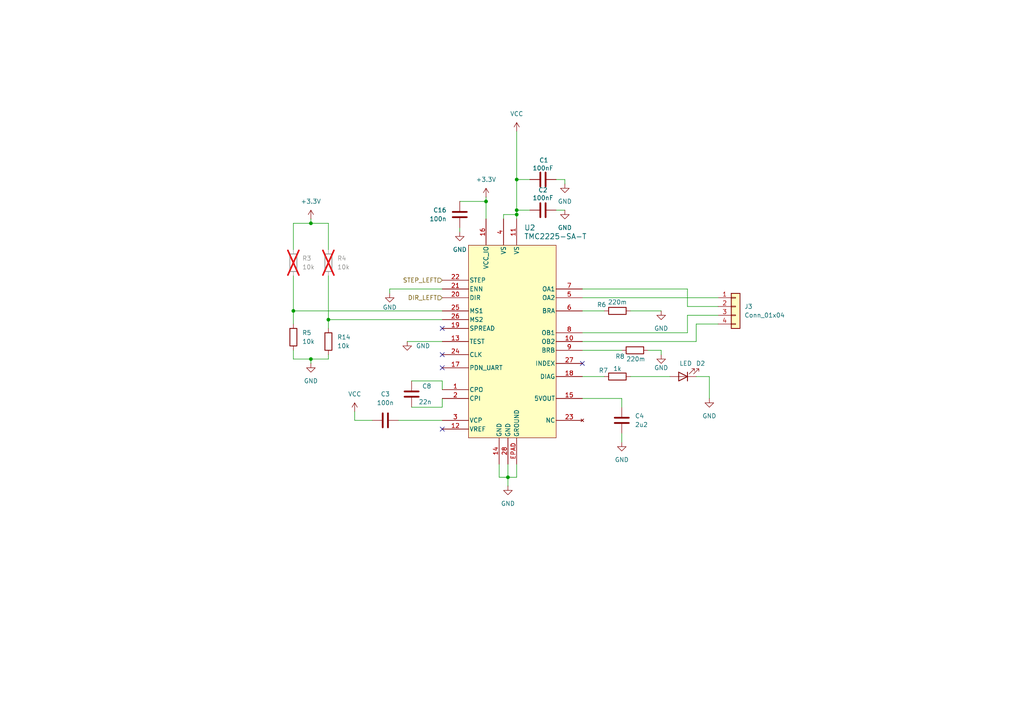
<source format=kicad_sch>
(kicad_sch (version 20250114) (generator "eeschema") (generator_version "9.0")
  (paper "A4")
  (lib_symbols
    (symbol "Connector_Generic:Conn_01x04" (pin_names (offset 1.016) (hide yes))
      (property "Reference" "J" (at 0 5.08 0))
      (property "Value" "Conn_01x04" (at 0 -7.62 0))
      (symbol "Conn_01x04_1_1"
        (rectangle (start -1.27 3.81) (end 1.27 -6.35) (stroke (width 0.254)) (fill (type background)))
        (rectangle (start -1.27 2.667) (end 0 2.413) (stroke (width 0.1524)))
        (rectangle (start -1.27 0.127) (end 0 -0.127) (stroke (width 0.1524)))
        (rectangle (start -1.27 -2.413) (end 0 -2.667) (stroke (width 0.1524)))
        (rectangle (start -1.27 -4.953) (end 0 -5.207) (stroke (width 0.1524)))
        (pin passive line (at -5.08 2.54 0) (length 3.81) (name "Pin_1") (number "1"))
        (pin passive line (at -5.08 0 0) (length 3.81) (name "Pin_2") (number "2"))
        (pin passive line (at -5.08 -2.54 0) (length 3.81) (name "Pin_3") (number "3"))
        (pin passive line (at -5.08 -5.08 0) (length 3.81) (name "Pin_4") (number "4"))
      )
    )
    (symbol "Device:C" (pin_numbers (hide yes)) (pin_names (offset 0.254))
      (property "Reference" "C" (at 0.635 2.54 0))
      (property "Value" "C" (at 0.635 -2.54 0))
      (symbol "C_0_1"
        (polyline (pts (xy -2.032 0.762) (xy 2.032 0.762)) (stroke (width 0.508)))
        (polyline (pts (xy -2.032 -0.762) (xy 2.032 -0.762)) (stroke (width 0.508)))
      )
      (symbol "C_1_1"
        (pin passive line (at 0 3.81 270) (length 2.794) (name "~") (number "1"))
        (pin passive line (at 0 -3.81 90) (length 2.794) (name "~") (number "2"))
      )
    )
    (symbol "Device:LED" (pin_numbers (hide yes)) (pin_names (offset 1.016) (hide yes))
      (property "Reference" "D" (at 0 2.54 0))
      (property "Value" "LED" (at 0 -2.54 0))
      (symbol "LED_0_1"
        (polyline (pts (xy -3.048 -0.762) (xy -4.572 -2.286) (xy -3.81 -2.286) (xy -4.572 -2.286) (xy -4.572 -1.524)))
        (polyline (pts (xy -1.778 -0.762) (xy -3.302 -2.286) (xy -2.54 -2.286) (xy -3.302 -2.286) (xy -3.302 -1.524)))
        (polyline (pts (xy -1.27 0) (xy 1.27 0)))
        (polyline (pts (xy -1.27 -1.27) (xy -1.27 1.27)) (stroke (width 0.254)))
        (polyline (pts (xy 1.27 -1.27) (xy 1.27 1.27) (xy -1.27 0) (xy 1.27 -1.27)) (stroke (width 0.254)))
      )
      (symbol "LED_1_1"
        (pin passive line (at -3.81 0 0) (length 2.54) (name "K") (number "1"))
        (pin passive line (at 3.81 0 180) (length 2.54) (name "A") (number "2"))
      )
    )
    (symbol "Device:R" (pin_numbers (hide yes)) (pin_names (offset 0))
      (property "Reference" "R" (at 2.032 0 90))
      (property "Value" "R" (at 0 0 90))
      (symbol "R_0_1"
        (rectangle (start -1.016 -2.54) (end 1.016 2.54) (stroke (width 0.254)))
      )
      (symbol "R_1_1"
        (pin passive line (at 0 3.81 270) (length 1.27) (name "~") (number "1"))
        (pin passive line (at 0 -3.81 90) (length 1.27) (name "~") (number "2"))
      )
    )
    (symbol "TMC2225-SA_2" (pin_names (offset 0.254))
      (property "Reference" "U?" (at 63.1033 119.38 0))
      (property "Value" "TMC2225-SA" (at 63.1033 116.84 0))
      (symbol "TMC2225-SA_2_0_1"
        (pin input line (at 39.37 104.14 0) (length 7.62) (name "STEP") (number "22"))
        (pin input line (at 39.37 101.6 0) (length 7.62) (name "ENN") (number "21"))
        (pin input line (at 39.37 99.06 0) (length 7.62) (name "DIR") (number "20"))
        (pin input line (at 39.37 95.25 0) (length 7.62) (name "MS1") (number "25"))
        (pin input line (at 39.37 92.71 0) (length 7.62) (name "MS2") (number "26"))
        (pin input line (at 39.37 90.17 0) (length 7.62) (name "SPREAD") (number "19"))
        (pin input line (at 39.37 82.55 0) (length 7.62) (name "CLK") (number "24"))
        (pin bidirectional line (at 39.37 78.74 0) (length 7.62) (name "PDN_UART") (number "17"))
        (pin unspecified line (at 39.37 60.96 0) (length 7.62) (name "VREF") (number "12"))
        (pin power_in line (at 52.07 121.92 270) (length 7.62) (name "VCC_IO") (number "16"))
        (pin power_in line (at 57.15 121.92 270) (length 7.62) (name "VS") (number "4"))
        (pin power_in line (at 60.96 121.92 270) (length 7.62) (name "VS") (number "11"))
        (pin output line (at 80.01 80.01 180) (length 7.62) (name "INDEX") (number "27"))
        (pin output line (at 80.01 76.2 180) (length 7.62) (name "DIAG") (number "18"))
        (pin no_connect line (at 80.01 63.5 180) (length 7.62) (name "NC") (number "23"))
      )
      (symbol "TMC2225-SA_2_1_1"
        (rectangle (start 46.99 114.3) (end 72.39 58.42) (fill (type color) (color 255 255 194 1)))
        (pin passive line (at 39.37 86.36 0) (length 7.62) (name "TEST") (number "13"))
        (pin passive line (at 39.37 72.39 0) (length 7.62) (name "CPO") (number "1"))
        (pin passive line (at 39.37 69.85 0) (length 7.62) (name "CPI") (number "2"))
        (pin input line (at 39.37 63.5 0) (length 7.62) (name "VCP") (number "3"))
        (pin passive line (at 55.88 50.8 90) (length 7.62) (name "GND") (number "14"))
        (pin passive line (at 58.42 50.8 90) (length 7.62) (name "GND") (number "28"))
        (pin passive line (at 60.96 50.8 90) (length 7.62) (name "GROUND") (number "EPAD"))
        (pin output line (at 80.01 101.6 180) (length 7.62) (name "OA1") (number "7"))
        (pin output line (at 80.01 99.06 180) (length 7.62) (name "OA2") (number "5"))
        (pin output line (at 80.01 95.25 180) (length 7.62) (name "BRA") (number "6"))
        (pin output line (at 80.01 88.9 180) (length 7.62) (name "OB1") (number "8"))
        (pin output line (at 80.01 86.36 180) (length 7.62) (name "OB2") (number "10"))
        (pin passive line (at 80.01 83.82 180) (length 7.62) (name "BRB") (number "9"))
        (pin output line (at 80.01 69.85 180) (length 7.62) (name "5VOUT") (number "15"))
      )
    )
    (symbol "power:+3.3V" (power) (pin_numbers (hide yes)) (pin_names (offset 0) (hide yes))
      (property "Value" "+3.3V" (at 0 3.556 0))
      (symbol "+3.3V_0_1"
        (polyline (pts (xy -0.762 1.27) (xy 0 2.54)))
        (polyline (pts (xy 0 2.54) (xy 0.762 1.27)))
        (polyline (pts (xy 0 0) (xy 0 2.54)))
      )
      (symbol "+3.3V_1_1"
        (pin power_in line (at 0 0 90) (length 0) (name "~") (number "1"))
      )
    )
    (symbol "power:GND" (power) (pin_numbers (hide yes)) (pin_names (offset 0) (hide yes))
      (property "Value" "GND" (at 0 -3.81 0))
      (symbol "GND_0_1"
        (polyline (pts (xy 0 0) (xy 0 -1.27) (xy 1.27 -1.27) (xy 0 -2.54) (xy -1.27 -1.27) (xy 0 -1.27)))
      )
      (symbol "GND_1_1"
        (pin power_in line (at 0 0 270) (length 0) (name "~") (number "1"))
      )
    )
    (symbol "power:VCC" (power) (pin_numbers (hide yes)) (pin_names (offset 0) (hide yes))
      (property "Value" "VCC" (at 0 3.556 0))
      (symbol "VCC_0_1"
        (polyline (pts (xy -0.762 1.27) (xy 0 2.54)))
        (polyline (pts (xy 0 2.54) (xy 0.762 1.27)))
        (polyline (pts (xy 0 0) (xy 0 2.54)))
      )
      (symbol "VCC_1_1"
        (pin power_in line (at 0 0 90) (length 0) (name "~") (number "1"))
      )
    )
  )
  (junction (at 149.86 52.07))
  (junction (at 140.97 58.42))
  (junction (at 90.17 104.14))
  (junction (at 149.86 62.23))
  (junction (at 95.25 92.71))
  (junction (at 147.32 138.43))
  (junction (at 149.86 60.96))
  (junction (at 85.09 90.17))
  (junction (at 90.17 64.77))
  (no_connect (at 128.27 124.46))
  (no_connect (at 168.91 105.41))
  (no_connect (at 128.27 102.87))
  (no_connect (at 128.27 106.68))
  (no_connect (at 128.27 95.25))
  (wire (pts (xy 205.74 115.57) (xy 205.74 109.22)))
  (wire (pts (xy 85.09 80.01) (xy 85.09 90.17)))
  (wire (pts (xy 95.25 72.39) (xy 95.25 64.77)))
  (wire (pts (xy 168.91 99.06) (xy 201.93 99.06)))
  (wire (pts (xy 95.25 104.14) (xy 90.17 104.14)))
  (wire (pts (xy 85.09 93.98) (xy 85.09 90.17)))
  (wire (pts (xy 146.05 63.5) (xy 146.05 62.23)))
  (wire (pts (xy 133.35 58.42) (xy 140.97 58.42)))
  (wire (pts (xy 149.86 38.1) (xy 149.86 52.07)))
  (wire (pts (xy 107.95 121.92) (xy 102.87 121.92)))
  (wire (pts (xy 187.96 101.6) (xy 191.77 101.6)))
  (wire (pts (xy 199.39 96.52) (xy 199.39 91.44)))
  (wire (pts (xy 161.29 60.96) (xy 163.83 60.96)))
  (wire (pts (xy 168.91 109.22) (xy 175.26 109.22)))
  (wire (pts (xy 85.09 104.14) (xy 90.17 104.14)))
  (wire (pts (xy 205.74 109.22) (xy 201.93 109.22)))
  (wire (pts (xy 128.27 118.11) (xy 119.38 118.11)))
  (wire (pts (xy 140.97 57.15) (xy 140.97 58.42)))
  (wire (pts (xy 95.25 92.71) (xy 128.27 92.71)))
  (wire (pts (xy 118.11 99.06) (xy 128.27 99.06)))
  (wire (pts (xy 95.25 92.71) (xy 95.25 95.25)))
  (wire (pts (xy 149.86 52.07) (xy 149.86 60.96)))
  (wire (pts (xy 149.86 60.96) (xy 149.86 62.23)))
  (wire (pts (xy 147.32 138.43) (xy 149.86 138.43)))
  (wire (pts (xy 113.03 83.82) (xy 113.03 85.09)))
  (wire (pts (xy 102.87 121.92) (xy 102.87 119.38)))
  (wire (pts (xy 199.39 91.44) (xy 208.28 91.44)))
  (wire (pts (xy 149.86 62.23) (xy 149.86 63.5)))
  (wire (pts (xy 180.34 115.57) (xy 180.34 118.11)))
  (wire (pts (xy 133.35 66.04) (xy 133.35 67.31)))
  (wire (pts (xy 90.17 104.14) (xy 90.17 105.41)))
  (wire (pts (xy 144.78 138.43) (xy 147.32 138.43)))
  (wire (pts (xy 201.93 99.06) (xy 201.93 93.98)))
  (wire (pts (xy 90.17 64.77) (xy 95.25 64.77)))
  (wire (pts (xy 168.91 86.36) (xy 208.28 86.36)))
  (wire (pts (xy 168.91 90.17) (xy 175.26 90.17)))
  (wire (pts (xy 147.32 138.43) (xy 147.32 140.97)))
  (wire (pts (xy 163.83 52.07) (xy 163.83 53.34)))
  (wire (pts (xy 147.32 134.62) (xy 147.32 138.43)))
  (wire (pts (xy 180.34 125.73) (xy 180.34 128.27)))
  (wire (pts (xy 182.88 109.22) (xy 194.31 109.22)))
  (wire (pts (xy 90.17 64.77) (xy 90.17 63.5)))
  (wire (pts (xy 95.25 80.01) (xy 95.25 92.71)))
  (wire (pts (xy 85.09 72.39) (xy 85.09 64.77)))
  (wire (pts (xy 191.77 101.6) (xy 191.77 102.87)))
  (wire (pts (xy 168.91 115.57) (xy 180.34 115.57)))
  (wire (pts (xy 95.25 102.87) (xy 95.25 104.14)))
  (wire (pts (xy 168.91 83.82) (xy 199.39 83.82)))
  (wire (pts (xy 199.39 88.9) (xy 208.28 88.9)))
  (wire (pts (xy 161.29 52.07) (xy 163.83 52.07)))
  (wire (pts (xy 85.09 90.17) (xy 128.27 90.17)))
  (wire (pts (xy 201.93 93.98) (xy 208.28 93.98)))
  (wire (pts (xy 168.91 96.52) (xy 199.39 96.52)))
  (wire (pts (xy 146.05 62.23) (xy 149.86 62.23)))
  (wire (pts (xy 144.78 134.62) (xy 144.78 138.43)))
  (wire (pts (xy 140.97 58.42) (xy 140.97 63.5)))
  (wire (pts (xy 149.86 52.07) (xy 153.67 52.07)))
  (wire (pts (xy 149.86 134.62) (xy 149.86 138.43)))
  (wire (pts (xy 85.09 101.6) (xy 85.09 104.14)))
  (wire (pts (xy 153.67 60.96) (xy 149.86 60.96)))
  (wire (pts (xy 182.88 90.17) (xy 191.77 90.17)))
  (wire (pts (xy 128.27 83.82) (xy 113.03 83.82)))
  (wire (pts (xy 128.27 115.57) (xy 128.27 118.11)))
  (wire (pts (xy 199.39 83.82) (xy 199.39 88.9)))
  (wire (pts (xy 168.91 101.6) (xy 180.34 101.6)))
  (wire (pts (xy 115.57 121.92) (xy 128.27 121.92)))
  (wire (pts (xy 85.09 64.77) (xy 90.17 64.77)))
  (wire (pts (xy 128.27 110.49) (xy 128.27 113.03)))
  (wire (pts (xy 119.38 110.49) (xy 128.27 110.49)))
  (hierarchical_label "STEP_LEFT" (shape input) (at 128.27 81.28 180))
  (hierarchical_label "DIR_LEFT" (shape input) (at 128.27 86.36 180))
  (symbol (lib_id "power:GND") (at 163.83 53.34 0) (unit 1)
    (property "Reference" "#PWR08" (effects (hide yes)))
    (property "Value" "GND" (at 163.83 58.42 0))
    (property "Description" "Power symbol creates a global label with name \"GND\" , ground" (effects (hide yes)))
  )
  (symbol (lib_id "Device:C") (at 180.34 121.92 0) (unit 1)
    (property "Reference" "C4" (at 184.15 120.6499 0) (effects (justify left)))
    (property "Value" "2u2" (at 184.15 123.1899 0) (effects (justify left)))
    (property "Footprint" "Capacitor_SMD:C_0603_1608Metric_Pad1.08x0.95mm_HandSolder" (effects (hide yes)))
    (property "Description" "Unpolarized capacitor" (effects (hide yes)))
  )
  (symbol (lib_id "Device:R") (at 85.09 97.79 0) (unit 1)
    (property "Reference" "R5" (at 87.63 96.5199 0) (effects (justify left)))
    (property "Value" "10k" (at 87.63 99.0599 0) (effects (justify left)))
    (property "Footprint" "Resistor_SMD:R_0603_1608Metric_Pad0.98x0.95mm_HandSolder" (effects (hide yes)))
    (property "Description" "Resistor" (effects (hide yes)))
  )
  (symbol (lib_id "power:GND") (at 191.77 90.17 0) (unit 1)
    (property "Reference" "#PWR014" (effects (hide yes)))
    (property "Value" "GND" (at 191.77 95.25 0))
    (property "Description" "Power symbol creates a global label with name \"GND\" , ground" (effects (hide yes)))
  )
  (symbol (lib_id "Device:R") (at 95.25 76.2 0) (unit 1) (dnp yes)
    (property "Reference" "R4" (at 97.79 74.9299 0) (effects (justify left)))
    (property "Value" "10k" (at 97.79 77.4699 0) (effects (justify left)))
    (property "Footprint" "Resistor_SMD:R_0603_1608Metric_Pad0.98x0.95mm_HandSolder" (effects (hide yes)))
    (property "Description" "Resistor" (effects (hide yes)))
  )
  (symbol (lib_id "power:GND") (at 90.17 105.41 0) (unit 1)
    (property "Reference" "#PWR0102" (effects (hide yes)))
    (property "Value" "GND" (at 90.17 110.49 0))
    (property "Description" "Power symbol creates a global label with name \"GND\" , ground" (effects (hide yes)))
  )
  (symbol (lib_id "Device:C") (at 157.48 52.07 90) (unit 1)
    (property "Reference" "C1" (at 157.734 46.482 90))
    (property "Value" "100nF" (at 157.48 48.768 90))
    (property "Footprint" "Capacitor_SMD:C_0805_2012Metric_Pad1.18x1.45mm_HandSolder" (effects (hide yes)))
    (property "Description" "Unpolarized capacitor" (effects (hide yes)))
  )
  (symbol (lib_id "power:VCC") (at 102.87 119.38 0) (unit 1)
    (property "Reference" "#PWR09" (effects (hide yes)))
    (property "Value" "VCC" (at 102.87 114.3 0))
    (property "Description" "Power symbol creates a global label with name \"VCC\"" (effects (hide yes)))
  )
  (symbol (lib_id "Device:C") (at 133.35 62.23 0) (mirror x) (unit 1)
    (property "Reference" "C16" (at 129.54 60.9599 0) (effects (justify right)))
    (property "Value" "100n" (at 129.54 63.4999 0) (effects (justify right)))
    (property "Footprint" "Capacitor_SMD:C_0603_1608Metric_Pad1.08x0.95mm_HandSolder" (effects (hide yes)))
    (property "Description" "Unpolarized capacitor" (effects (hide yes)))
  )
  (symbol (lib_id "power:GND") (at 180.34 128.27 0) (unit 1)
    (property "Reference" "#PWR013" (effects (hide yes)))
    (property "Value" "GND" (at 180.34 133.35 0))
    (property "Description" "Power symbol creates a global label with name \"GND\" , ground" (effects (hide yes)))
  )
  (symbol (lib_id "power:GND") (at 147.32 140.97 0) (unit 1)
    (property "Reference" "#PWR011" (effects (hide yes)))
    (property "Value" "GND" (at 147.32 146.05 0))
    (property "Description" "Power symbol creates a global label with name \"GND\" , ground" (effects (hide yes)))
  )
  (symbol (lib_id "Device:C") (at 111.76 121.92 90) (unit 1)
    (property "Reference" "C3" (at 111.76 114.3 90))
    (property "Value" "100n" (at 111.76 116.84 90))
    (property "Footprint" "Capacitor_SMD:C_0603_1608Metric_Pad1.08x0.95mm_HandSolder" (effects (hide yes)))
    (property "Description" "Unpolarized capacitor" (effects (hide yes)))
  )
  (symbol (lib_id "Device:R") (at 179.07 90.17 90) (mirror x) (unit 1)
    (property "Reference" "R6" (at 174.498 88.392 90))
    (property "Value" "220m" (at 179.07 87.63 90))
    (property "Footprint" "Resistor_SMD:R_1206_3216Metric_Pad1.30x1.75mm_HandSolder" (effects (hide yes)))
    (property "Description" "Resistor" (effects (hide yes)))
  )
  (symbol (lib_id "power:GND") (at 163.83 60.96 0) (unit 1)
    (property "Reference" "#PWR033" (effects (hide yes)))
    (property "Value" "GND" (at 163.83 66.04 0))
    (property "Description" "Power symbol creates a global label with name \"GND\" , ground" (effects (hide yes)))
  )
  (symbol (lib_id "Device:R") (at 95.25 99.06 0) (unit 1)
    (property "Reference" "R14" (at 97.79 97.7899 0) (effects (justify left)))
    (property "Value" "10k" (at 97.79 100.3299 0) (effects (justify left)))
    (property "Footprint" "Resistor_SMD:R_0603_1608Metric_Pad0.98x0.95mm_HandSolder" (effects (hide yes)))
    (property "Description" "Resistor" (effects (hide yes)))
  )
  (symbol (lib_id "Connector_Generic:Conn_01x04") (at 213.36 88.9 0) (unit 1)
    (property "Reference" "J3" (at 215.9 88.8999 0) (effects (justify left)))
    (property "Value" "Conn_01x04" (at 215.9 91.4399 0) (effects (justify left)))
    (property "Footprint" "Connector_JST:JST_PH_B4B-PH-K_1x04_P2.00mm_Vertical" (effects (hide yes)))
    (property "Description" "Generic connector, single row, 01x04, script generated (kicad-library-utils/schlib/autogen/connector/)" (effects (hide yes)))
  )
  (symbol (lib_id "power:GND") (at 133.35 67.31 0) (unit 1)
    (property "Reference" "#PWR041" (effects (hide yes)))
    (property "Value" "GND" (at 133.35 72.39 0))
    (property "Description" "Power symbol creates a global label with name \"GND\" , ground" (effects (hide yes)))
  )
  (symbol (lib_id "power:VCC") (at 149.86 38.1 0) (unit 1)
    (property "Reference" "#PWR012" (effects (hide yes)))
    (property "Value" "VCC" (at 149.86 33.02 0))
    (property "Description" "Power symbol creates a global label with name \"VCC\"" (effects (hide yes)))
  )
  (symbol (lib_name "TMC2225-SA_2") (lib_id "2026-01-21_07-36-40:TMC2225-SA") (at 88.9 185.42 0) (unit 1)
    (property "Reference" "U2" (at 152.0033 66.04 0) (effects (font (size 1.524 1.524)) (justify left)))
    (property "Value" "TMC2225-SA-T" (at 152.0033 68.58 0) (effects (font (size 1.524 1.524)) (justify left)))
    (property "Footprint" "Package_SO:HTSSOP-28-1EP_4.4x9.7mm_P0.65mm_EP2.85x5.4mm_ThermalVias" (effects (hide yes)))
    (property "Datasheet" "TMC2225-SA" (effects (hide yes)))
  )
  (symbol (lib_id "Device:C") (at 157.48 60.96 90) (unit 1)
    (property "Reference" "C2" (at 157.48 55.118 90))
    (property "Value" "100nF" (at 157.48 57.404 90))
    (property "Footprint" "Capacitor_SMD:C_0805_2012Metric_Pad1.18x1.45mm_HandSolder" (effects (hide yes)))
    (property "Description" "Unpolarized capacitor" (effects (hide yes)))
  )
  (symbol (lib_id "power:GND") (at 118.11 99.06 0) (unit 1)
    (property "Reference" "#PWR0103" (effects (hide yes)))
    (property "Value" "GND" (at 120.65 100.3299 0) (effects (justify left)))
    (property "Description" "Power symbol creates a global label with name \"GND\" , ground" (effects (hide yes)))
  )
  (symbol (lib_id "power:GND") (at 191.77 102.87 0) (unit 1)
    (property "Reference" "#PWR015" (effects (hide yes)))
    (property "Value" "GND" (at 191.77 106.68 0))
    (property "Description" "Power symbol creates a global label with name \"GND\" , ground" (effects (hide yes)))
  )
  (symbol (lib_id "Device:R") (at 85.09 76.2 0) (unit 1) (dnp yes)
    (property "Reference" "R3" (at 87.63 74.9299 0) (effects (justify left)))
    (property "Value" "10k" (at 87.63 77.4699 0) (effects (justify left)))
    (property "Footprint" "Resistor_SMD:R_0603_1608Metric_Pad0.98x0.95mm_HandSolder" (effects (hide yes)))
    (property "Description" "Resistor" (effects (hide yes)))
  )
  (symbol (lib_id "Device:R") (at 184.15 101.6 90) (unit 1)
    (property "Reference" "R8" (at 179.832 103.378 90))
    (property "Value" "220m" (at 184.404 104.14 90))
    (property "Footprint" "Resistor_SMD:R_1206_3216Metric_Pad1.30x1.75mm_HandSolder" (effects (hide yes)))
    (property "Description" "Resistor" (effects (hide yes)))
  )
  (symbol (lib_id "Device:LED") (at 198.12 109.22 180) (unit 1)
    (property "Reference" "D2" (at 203.2 105.41 0))
    (property "Value" "LED" (at 198.882 105.41 0))
    (property "Footprint" "LED_SMD:LED_0603_1608Metric_Pad1.05x0.95mm_HandSolder" (effects (hide yes)))
    (property "Description" "Light emitting diode" (effects (hide yes)))
    (property "Sim.Pins" "1=K 2=A" (effects (hide yes)))
  )
  (symbol (lib_id "Device:C") (at 119.38 114.3 0) (unit 1)
    (property "Reference" "C8" (at 122.428 112.014 0) (effects (justify left)))
    (property "Value" "22n" (at 121.412 116.586 0) (effects (justify left)))
    (property "Footprint" "Capacitor_SMD:C_0603_1608Metric_Pad1.08x0.95mm_HandSolder" (effects (hide yes)))
    (property "Description" "Unpolarized capacitor" (effects (hide yes)))
  )
  (symbol (lib_id "Device:R") (at 179.07 109.22 90) (unit 1)
    (property "Reference" "R7" (at 175.006 107.442 90))
    (property "Value" "1k" (at 179.07 106.934 90))
    (property "Footprint" "Resistor_SMD:R_0603_1608Metric_Pad0.98x0.95mm_HandSolder" (effects (hide yes)))
    (property "Description" "Resistor" (effects (hide yes)))
  )
  (symbol (lib_id "power:GND") (at 205.74 115.57 0) (unit 1)
    (property "Reference" "#PWR016" (effects (hide yes)))
    (property "Value" "GND" (at 205.74 120.65 0))
    (property "Description" "Power symbol creates a global label with name \"GND\" , ground" (effects (hide yes)))
  )
  (symbol (lib_id "power:+3.3V") (at 140.97 57.15 0) (unit 1)
    (property "Reference" "#PWR010" (effects (hide yes)))
    (property "Value" "+3.3V" (at 140.97 52.07 0))
    (property "Description" "Power symbol creates a global label with name \"+3.3V\"" (effects (hide yes)))
  )
  (symbol (lib_id "power:GND") (at 113.03 85.09 0) (unit 1)
    (property "Reference" "#PWR0104" (effects (hide yes)))
    (property "Value" "GND" (at 113.03 89.154 0))
    (property "Description" "Power symbol creates a global label with name \"GND\" , ground" (effects (hide yes)))
  )
  (symbol (lib_id "power:+3.3V") (at 90.17 63.5 0) (unit 1)
    (property "Reference" "#PWR0105" (effects (hide yes)))
    (property "Value" "+3.3V" (at 90.17 58.42 0))
    (property "Description" "Power symbol creates a global label with name \"+3.3V\"" (effects (hide yes)))
  )
)
</source>
